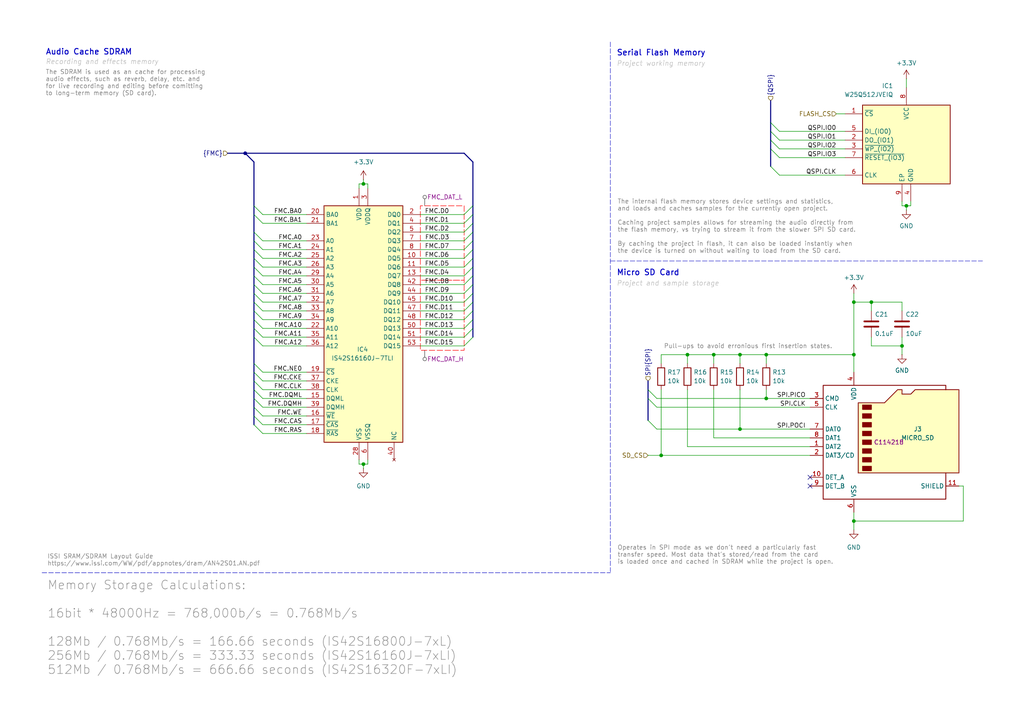
<source format=kicad_sch>
(kicad_sch (version 20250114) (generator "eeschema") (generator_version "9.0")
  (paper "A4")
  (lib_symbols
    (symbol "Connector:Micro_SD_Card_Det_Hirose_DM3AT"
      (property "Reference" "J3" (at 0.635 21.59 0))
      (property "Value" "Micro_SD_Card_Det_Hirose_DM3AT" (at 0.635 19.05 0))
      (symbol "Micro_SD_Card_Det_Hirose_DM3AT_0_1"
        (polyline (pts (xy -8.89 -8.89) (xy -8.89 11.43) (xy -1.27 11.43) (xy 2.54 15.24) (xy 3.81 15.24) (xy 3.81 13.97) (xy 6.35 13.97) (xy 7.62 15.24) (xy 20.32 15.24) (xy 20.32 -8.89) (xy -8.89 -8.89)) (stroke (width 0.254)) (fill (type background)))
        (rectangle (start -7.62 10.795) (end -5.08 9.525) (stroke (width 0.254)) (fill (type outline)))
        (rectangle (start -7.62 8.255) (end -5.08 6.985) (stroke (width 0.254)) (fill (type outline)))
        (rectangle (start -7.62 5.715) (end -5.08 4.445) (stroke (width 0.254)) (fill (type outline)))
        (rectangle (start -7.62 3.175) (end -5.08 1.905) (stroke (width 0.254)) (fill (type outline)))
        (rectangle (start -7.62 0.635) (end -5.08 -0.635) (stroke (width 0.254)) (fill (type outline)))
        (rectangle (start -7.62 -1.905) (end -5.08 -3.175) (stroke (width 0.254)) (fill (type outline)))
        (rectangle (start -7.62 -4.445) (end -5.08 -5.715) (stroke (width 0.254)) (fill (type outline)))
        (rectangle (start -7.62 -6.985) (end -5.08 -8.255) (stroke (width 0.254)) (fill (type outline)))
        (polyline (pts (xy 16.51 15.24) (xy 16.51 16.51) (xy -19.05 16.51) (xy -19.05 -16.51) (xy 16.51 -16.51) (xy 16.51 -8.89)) (stroke (width 0.254)))
      )
      (symbol "Micro_SD_Card_Det_Hirose_DM3AT_1_1"
        (pin input line (at -22.86 12.7 0) (length 3.81) (name "CMD") (number "3"))
        (pin input line (at -22.86 10.16 0) (length 3.81) (name "CLK") (number "5"))
        (pin bidirectional line (at -22.86 3.81 0) (length 3.81) (name "DAT0") (number "7"))
        (pin bidirectional line (at -22.86 1.27 0) (length 3.81) (name "DAT1") (number "8"))
        (pin bidirectional line (at -22.86 -1.27 0) (length 3.81) (name "DAT2") (number "1"))
        (pin bidirectional line (at -22.86 -3.81 0) (length 3.81) (name "DAT3/CD") (number "2"))
        (pin passive line (at -22.86 -10.16 0) (length 3.81) (name "DET_A") (number "10"))
        (pin passive line (at -22.86 -12.7 0) (length 3.81) (name "DET_B") (number "9"))
        (pin power_in line (at -10.16 20.32 270) (length 3.81) (name "VDD") (number "4"))
        (pin power_in line (at -10.16 -20.32 90) (length 3.81) (name "VSS") (number "6"))
        (pin passive line (at 20.32 -12.7 180) (length 3.81) (name "SHIELD") (number "11"))
      )
    )
    (symbol "Device:C" (pin_numbers (hide yes)) (pin_names (offset 0.254))
      (property "Reference" "C" (at 0.635 2.54 0))
      (property "Value" "C" (at 0.635 -2.54 0))
      (symbol "C_0_1"
        (polyline (pts (xy -2.032 0.762) (xy 2.032 0.762)) (stroke (width 0.508)))
        (polyline (pts (xy -2.032 -0.762) (xy 2.032 -0.762)) (stroke (width 0.508)))
      )
      (symbol "C_1_1"
        (pin passive line (at 0 3.81 270) (length 2.794) (name "~") (number "1"))
        (pin passive line (at 0 -3.81 90) (length 2.794) (name "~") (number "2"))
      )
    )
    (symbol "Device:R" (pin_numbers (hide yes)) (pin_names (offset 0))
      (property "Reference" "R" (at 2.032 0 90))
      (property "Value" "R" (at 0 0 90))
      (symbol "R_0_1"
        (rectangle (start -1.016 -2.54) (end 1.016 2.54) (stroke (width 0.254)))
      )
      (symbol "R_1_1"
        (pin passive line (at 0 3.81 270) (length 1.27) (name "~") (number "1"))
        (pin passive line (at 0 -3.81 90) (length 1.27) (name "~") (number "2"))
      )
    )
    (symbol "pocket_synth:IS42S16160J-7TLI"
      (property "Reference" "IC" (at 12.7 39.37 0))
      (property "Value" "IS42S16160J-7TLI" (at 12.7 36.83 0))
      (symbol "IS42S16160J-7TLI_1_1"
        (rectangle (start -11.43 34.29) (end 11.43 -34.29) (stroke (width 0.254)) (fill (type background)))
        (pin passive line (at -16.51 31.75 0) (length 5.08) (name "BA0") (number "20"))
        (pin passive line (at -16.51 29.21 0) (length 5.08) (name "BA1") (number "21"))
        (pin passive line (at -16.51 24.13 0) (length 5.08) (name "A0") (number "23"))
        (pin passive line (at -16.51 21.59 0) (length 5.08) (name "A1") (number "24"))
        (pin passive line (at -16.51 19.05 0) (length 5.08) (name "A2") (number "25"))
        (pin passive line (at -16.51 16.51 0) (length 5.08) (name "A3") (number "26"))
        (pin passive line (at -16.51 13.97 0) (length 5.08) (name "A4") (number "29"))
        (pin passive line (at -16.51 11.43 0) (length 5.08) (name "A5") (number "30"))
        (pin passive line (at -16.51 8.89 0) (length 5.08) (name "A6") (number "31"))
        (pin passive line (at -16.51 6.35 0) (length 5.08) (name "A7") (number "32"))
        (pin passive line (at -16.51 3.81 0) (length 5.08) (name "A8") (number "33"))
        (pin passive line (at -16.51 1.27 0) (length 5.08) (name "A9") (number "34"))
        (pin passive line (at -16.51 -1.27 0) (length 5.08) (name "A10") (number "22"))
        (pin passive line (at -16.51 -3.81 0) (length 5.08) (name "A11") (number "35"))
        (pin passive line (at -16.51 -6.35 0) (length 5.08) (name "A12") (number "36"))
        (pin passive line (at -16.51 -13.97 0) (length 5.08) (name "~{CS}") (number "19"))
        (pin passive line (at -16.51 -16.51 0) (length 5.08) (name "CKE") (number "37"))
        (pin passive line (at -16.51 -19.05 0) (length 5.08) (name "CLK") (number "38"))
        (pin passive line (at -16.51 -21.59 0) (length 5.08) (name "DQML") (number "15"))
        (pin passive line (at -16.51 -24.13 0) (length 5.08) (name "DQMH") (number "39"))
        (pin passive line (at -16.51 -26.67 0) (length 5.08) (name "~{WE}") (number "16"))
        (pin passive line (at -16.51 -29.21 0) (length 5.08) (name "~{CAS}") (number "17"))
        (pin passive line (at -16.51 -31.75 0) (length 5.08) (name "~{RAS}") (number "18"))
        (pin passive line (at -1.27 39.37 270) (length 5.08) (name "VDD") (number "1"))
        (pin passive line (at -1.27 39.37 270) (length 5.08) (hide yes) (name "VDD") (number "14"))
        (pin passive line (at -1.27 39.37 270) (length 5.08) (hide yes) (name "VDD") (number "27"))
        (pin passive line (at -1.27 -39.37 90) (length 5.08) (name "VSS") (number "28"))
        (pin passive line (at -1.27 -39.37 90) (length 5.08) (hide yes) (name "VSS") (number "41"))
        (pin passive line (at -1.27 -39.37 90) (length 5.08) (hide yes) (name "VSS") (number "54"))
        (pin passive line (at 1.27 39.37 270) (length 5.08) (name "VDDQ") (number "3"))
        (pin passive line (at 1.27 39.37 270) (length 5.08) (hide yes) (name "VDDQ") (number "43"))
        (pin passive line (at 1.27 39.37 270) (length 5.08) (hide yes) (name "VDDQ") (number "49"))
        (pin passive line (at 1.27 39.37 270) (length 5.08) (hide yes) (name "VDDQ") (number "9"))
        (pin passive line (at 1.27 -39.37 90) (length 5.08) (hide yes) (name "VSSQ") (number "12"))
        (pin passive line (at 1.27 -39.37 90) (length 5.08) (hide yes) (name "VSSQ") (number "46"))
        (pin passive line (at 1.27 -39.37 90) (length 5.08) (hide yes) (name "VSSQ") (number "52"))
        (pin passive line (at 1.27 -39.37 90) (length 5.08) (name "VSSQ") (number "6"))
        (pin no_connect line (at 8.89 -39.37 90) (length 5.08) (name "NC") (number "40"))
        (pin passive line (at 16.51 31.75 180) (length 5.08) (name "DQ0") (number "2"))
        (pin passive line (at 16.51 29.21 180) (length 5.08) (name "DQ1") (number "4"))
        (pin passive line (at 16.51 26.67 180) (length 5.08) (name "DQ2") (number "5"))
        (pin passive line (at 16.51 24.13 180) (length 5.08) (name "DQ3") (number "7"))
        (pin passive line (at 16.51 21.59 180) (length 5.08) (name "DQ4") (number "8"))
        (pin passive line (at 16.51 19.05 180) (length 5.08) (name "DQ5") (number "10"))
        (pin passive line (at 16.51 16.51 180) (length 5.08) (name "DQ6") (number "11"))
        (pin passive line (at 16.51 13.97 180) (length 5.08) (name "DQ7") (number "13"))
        (pin passive line (at 16.51 11.43 180) (length 5.08) (name "DQ8") (number "42"))
        (pin passive line (at 16.51 8.89 180) (length 5.08) (name "DQ9") (number "44"))
        (pin passive line (at 16.51 6.35 180) (length 5.08) (name "DQ10") (number "45"))
        (pin passive line (at 16.51 3.81 180) (length 5.08) (name "DQ11") (number "47"))
        (pin passive line (at 16.51 1.27 180) (length 5.08) (name "DQ12") (number "48"))
        (pin passive line (at 16.51 -1.27 180) (length 5.08) (name "DQ13") (number "50"))
        (pin passive line (at 16.51 -3.81 180) (length 5.08) (name "DQ14") (number "51"))
        (pin passive line (at 16.51 -6.35 180) (length 5.08) (name "DQ15") (number "53"))
      )
    )
    (symbol "pocket_synth:W25Q512JVEIQ"
      (property "Reference" "IC" (at -2.54 3.81 0))
      (property "Value" "W25Q512JVEIQ" (at -2.54 1.27 0))
      (symbol "W25Q512JVEIQ_1_1"
        (rectangle (start -12.7 11.43) (end 12.7 -11.43) (stroke (width 0.254)) (fill (type background)))
        (pin passive line (at -17.78 8.89 0) (length 5.08) (name "~{CS}") (number "1"))
        (pin passive line (at -17.78 3.81 0) (length 5.08) (name "DI_(IO0)") (number "5"))
        (pin passive line (at -17.78 1.27 0) (length 5.08) (name "DO_(IO1)") (number "2"))
        (pin passive line (at -17.78 -1.27 0) (length 5.08) (name "~{WP_(IO2)}") (number "3"))
        (pin passive line (at -17.78 -3.81 0) (length 5.08) (name "~{RESET_(IO3)}") (number "7"))
        (pin passive line (at -17.78 -8.89 0) (length 5.08) (name "CLK") (number "6"))
        (pin passive line (at -1.27 -16.51 90) (length 5.08) (name "EP") (number "9"))
        (pin passive line (at 0 16.51 270) (length 5.08) (name "VCC") (number "8"))
        (pin passive line (at 1.27 -16.51 90) (length 5.08) (name "GND") (number "4"))
      )
    )
    (symbol "power:+3.3V" (power) (pin_numbers (hide yes)) (pin_names (offset 0) (hide yes))
      (property "Value" "+3.3V" (at 0 3.556 0))
      (symbol "+3.3V_0_1"
        (polyline (pts (xy -0.762 1.27) (xy 0 2.54)))
        (polyline (pts (xy 0 2.54) (xy 0.762 1.27)))
        (polyline (pts (xy 0 0) (xy 0 2.54)))
      )
      (symbol "+3.3V_1_1"
        (pin power_in line (at 0 0 90) (length 0) (name "~") (number "1"))
      )
    )
    (symbol "power:GND" (power) (pin_numbers (hide yes)) (pin_names (offset 0) (hide yes))
      (property "Value" "GND" (at 0 -3.81 0))
      (symbol "GND_0_1"
        (polyline (pts (xy 0 0) (xy 0 -1.27) (xy 1.27 -1.27) (xy 0 -2.54) (xy -1.27 -1.27) (xy 0 -1.27)))
      )
      (symbol "GND_1_1"
        (pin power_in line (at 0 0 270) (length 0) (name "~") (number "1"))
      )
    )
  )
  (text "The internal flash memory stores device settings and statistics,\nand loads and caches samples for the currently open project.\n\nCaching project samples allows for streaming the audio directly from\nthe flash memory, vs trying to stream it from the slower SPI SD card.\n\nBy caching the project in flash, it can also be loaded instantly when\nthe device is turned on without waiting to load from the SD card." (at 179.07 73.66 0) (effects (font (size 1.27 1.27)) (justify left bottom)))
  (text "The SDRAM is used as an cache for processing\naudio effects, such as reverb, delay, etc. and\nfor live recording and editing before comitting\nto long-term memory (SD card)." (at 13.208 20.32 0) (effects (font (size 1.27 1.27)) (justify left top)))
  (text "ISSI SRAM/SDRAM Layout Guide\nhttps://www.issi.com/WW/pdf/appnotes/dram/AN42S01.AN.pdf" (at 13.716 164.338 0) (effects (font (size 1.27 1.27)) (justify left bottom)))
  (text "Audio Cache SDRAM " (at 13.208 14.224 0) (effects (font (size 1.651 1.651) (thickness 0.254) (bold yes)) (justify left top)))
  (text "Operates in SPI mode as we don't need a particularly fast\ntransfer speed. Most data that's stored/read from the card\nis loaded once and cached in SDRAM while the project is open." (at 179.07 163.83 0) (effects (font (size 1.27 1.27)) (justify left bottom)))
  (text "Recording and effects memory" (at 13.208 17.272 0) (effects (font (size 1.397 1.397) (thickness 0.1588) (italic yes)) (justify left top)))
  (text "Micro SD Card" (at 178.816 78.232 0) (effects (font (size 1.651 1.651) (thickness 0.254) (bold yes)) (justify left top)))
  (text "Project working memory" (at 178.816 17.78 0) (effects (font (size 1.397 1.397) (thickness 0.1588) (italic yes)) (justify left top)))
  (text "Serial Flash Memory" (at 178.816 14.478 0) (effects (font (size 1.651 1.651) (thickness 0.254) (bold yes)) (justify left top)))
  (text "Pull-ups to avoid erronious first insertion states." (at 192.532 99.822 0) (effects (font (size 1.27 1.27)) (justify left top)))
  (text "Project and sample storage" (at 178.816 81.534 0) (effects (font (size 1.397 1.397) (thickness 0.1588) (italic yes)) (justify left top)))
  (text "Memory Storage Calculations:\n\n16bit * 48000Hz = 768,000b/s = 0.768Mb/s\n\n128Mb / 0.768Mb/s = 166.66 seconds (IS42S16800J-7xL)\n256Mb / 0.768Mb/s = 333.33 seconds (IS42S16160J-7xLI)\n512Mb / 0.768Mb/s = 666.66 seconds (IS42S16320F-7xLI)" (at 13.716 168.402 0) (effects (font (size 2.54 2.54)) (justify left top)))
  (junction (at 191.77 132.08))
  (junction (at 247.65 151.13))
  (junction (at 261.62 100.33))
  (junction (at 247.65 87.63))
  (junction (at 199.39 102.87))
  (junction (at 222.25 102.87))
  (junction (at 252.73 87.63))
  (junction (at 105.41 53.34))
  (junction (at 105.41 134.62))
  (junction (at 214.63 124.46))
  (junction (at 247.65 102.87))
  (junction (at 222.25 115.57))
  (junction (at 71.12 44.45))
  (junction (at 262.89 59.69))
  (junction (at 214.63 102.87))
  (junction (at 207.01 102.87))
  (no_connect (at 234.95 140.97))
  (no_connect (at 234.95 138.43))
  (bus_entry (at 76.2 62.23) (size -2.54 -2.54))
  (bus_entry (at 76.2 110.49) (size -2.54 -2.54))
  (bus_entry (at 134.62 87.63) (size 2.54 -2.54))
  (bus_entry (at 76.2 97.79) (size -2.54 -2.54))
  (bus_entry (at 76.2 123.19) (size -2.54 -2.54))
  (bus_entry (at 76.2 74.93) (size -2.54 -2.54))
  (bus_entry (at 76.2 113.03) (size -2.54 -2.54))
  (bus_entry (at 190.5 115.57) (size -2.54 -2.54))
  (bus_entry (at 76.2 120.65) (size -2.54 -2.54))
  (bus_entry (at 134.62 67.31) (size 2.54 -2.54))
  (bus_entry (at 76.2 90.17) (size -2.54 -2.54))
  (bus_entry (at 134.62 85.09) (size 2.54 -2.54))
  (bus_entry (at 76.2 69.85) (size -2.54 -2.54))
  (bus_entry (at 76.2 85.09) (size -2.54 -2.54))
  (bus_entry (at 134.62 97.79) (size 2.54 -2.54))
  (bus_entry (at 226.06 45.72) (size -2.54 -2.54))
  (bus_entry (at 226.06 40.64) (size -2.54 -2.54))
  (bus_entry (at 134.62 90.17) (size 2.54 -2.54))
  (bus_entry (at 76.2 95.25) (size -2.54 -2.54))
  (bus_entry (at 226.06 38.1) (size -2.54 -2.54))
  (bus_entry (at 76.2 72.39) (size -2.54 -2.54))
  (bus_entry (at 134.62 95.25) (size 2.54 -2.54))
  (bus_entry (at 134.62 82.55) (size 2.54 -2.54))
  (bus_entry (at 190.5 124.46) (size -2.54 -2.54))
  (bus_entry (at 76.2 87.63) (size -2.54 -2.54))
  (bus_entry (at 76.2 64.77) (size -2.54 -2.54))
  (bus_entry (at 134.62 92.71) (size 2.54 -2.54))
  (bus_entry (at 134.62 80.01) (size 2.54 -2.54))
  (bus_entry (at 76.2 125.73) (size -2.54 -2.54))
  (bus_entry (at 76.2 100.33) (size -2.54 -2.54))
  (bus_entry (at 76.2 82.55) (size -2.54 -2.54))
  (bus_entry (at 134.62 77.47) (size 2.54 -2.54))
  (bus_entry (at 134.62 74.93) (size 2.54 -2.54))
  (bus_entry (at 76.2 118.11) (size -2.54 -2.54))
  (bus_entry (at 190.5 118.11) (size -2.54 -2.54))
  (bus_entry (at 134.62 100.33) (size 2.54 -2.54))
  (bus_entry (at 76.2 77.47) (size -2.54 -2.54))
  (bus_entry (at 134.62 64.77) (size 2.54 -2.54))
  (bus_entry (at 76.2 107.95) (size -2.54 -2.54))
  (bus_entry (at 134.62 72.39) (size 2.54 -2.54))
  (bus_entry (at 226.06 43.18) (size -2.54 -2.54))
  (bus_entry (at 76.2 115.57) (size -2.54 -2.54))
  (bus_entry (at 134.62 69.85) (size 2.54 -2.54))
  (bus_entry (at 134.62 62.23) (size 2.54 -2.54))
  (bus_entry (at 76.2 80.01) (size -2.54 -2.54))
  (bus_entry (at 226.06 50.8) (size -2.54 -2.54))
  (bus_entry (at 76.2 92.71) (size -2.54 -2.54))
  (bus (pts (xy 137.16 46.99) (xy 134.62 44.45)))
  (wire (pts (xy 252.73 87.63) (xy 261.62 87.63)))
  (wire (pts (xy 106.68 133.35) (xy 106.68 134.62)))
  (wire (pts (xy 278.13 140.97) (xy 279.4 140.97)))
  (wire (pts (xy 207.01 102.87) (xy 214.63 102.87)))
  (wire (pts (xy 261.62 58.42) (xy 261.62 59.69)))
  (wire (pts (xy 104.14 133.35) (xy 104.14 134.62)))
  (wire (pts (xy 279.4 140.97) (xy 279.4 151.13)))
  (bus (pts (xy 223.52 35.56) (xy 223.52 38.1)))
  (wire (pts (xy 191.77 102.87) (xy 199.39 102.87)))
  (bus (pts (xy 137.16 46.99) (xy 137.16 59.69)))
  (bus (pts (xy 137.16 95.25) (xy 137.16 97.79)))
  (bus (pts (xy 223.52 43.18) (xy 223.52 48.26)))
  (wire (pts (xy 105.41 53.34) (xy 106.68 53.34)))
  (bus (pts (xy 73.66 59.69) (xy 73.66 62.23)))
  (bus (pts (xy 73.66 113.03) (xy 73.66 115.57)))
  (wire (pts (xy 214.63 102.87) (xy 222.25 102.87)))
  (bus (pts (xy 73.66 105.41) (xy 73.66 107.95)))
  (bus (pts (xy 71.12 44.45) (xy 134.62 44.45)))
  (wire (pts (xy 199.39 113.03) (xy 199.39 129.54)))
  (wire (pts (xy 207.01 113.03) (xy 207.01 127)))
  (bus (pts (xy 137.16 72.39) (xy 137.16 74.93)))
  (wire (pts (xy 105.41 52.07) (xy 105.41 53.34)))
  (bus (pts (xy 73.66 80.01) (xy 73.66 82.55)))
  (bus (pts (xy 137.16 59.69) (xy 137.16 62.23)))
  (bus (pts (xy 187.96 113.03) (xy 187.96 115.57)))
  (wire (pts (xy 134.62 97.79) (xy 121.92 97.79)))
  (bus (pts (xy 137.16 69.85) (xy 137.16 72.39)))
  (bus (pts (xy 73.66 74.93) (xy 73.66 77.47)))
  (wire (pts (xy 190.5 115.57) (xy 222.25 115.57)))
  (wire (pts (xy 76.2 115.57) (xy 88.9 115.57)))
  (wire (pts (xy 76.2 64.77) (xy 88.9 64.77)))
  (wire (pts (xy 104.14 53.34) (xy 105.41 53.34)))
  (polyline (pts (xy 12.192 166.116) (xy 177.038 166.116)) (stroke (width 0.127) (type dash)))
  (bus (pts (xy 73.66 82.55) (xy 73.66 85.09)))
  (wire (pts (xy 247.65 107.95) (xy 247.65 102.87)))
  (wire (pts (xy 134.62 77.47) (xy 121.92 77.47)))
  (wire (pts (xy 247.65 87.63) (xy 247.65 85.09)))
  (wire (pts (xy 76.2 110.49) (xy 88.9 110.49)))
  (wire (pts (xy 191.77 132.08) (xy 234.95 132.08)))
  (wire (pts (xy 242.57 33.02) (xy 245.11 33.02)))
  (wire (pts (xy 187.96 132.08) (xy 191.77 132.08)))
  (wire (pts (xy 252.73 87.63) (xy 252.73 90.17)))
  (wire (pts (xy 222.25 115.57) (xy 234.95 115.57)))
  (wire (pts (xy 261.62 59.69) (xy 262.89 59.69)))
  (bus (pts (xy 137.16 74.93) (xy 137.16 77.47)))
  (bus (pts (xy 137.16 64.77) (xy 137.16 67.31)))
  (wire (pts (xy 76.2 118.11) (xy 88.9 118.11)))
  (wire (pts (xy 262.89 59.69) (xy 262.89 60.96)))
  (bus (pts (xy 73.66 46.99) (xy 71.12 44.45)))
  (wire (pts (xy 199.39 102.87) (xy 199.39 105.41)))
  (wire (pts (xy 76.2 100.33) (xy 88.9 100.33)))
  (bus (pts (xy 137.16 92.71) (xy 137.16 95.25)))
  (bus (pts (xy 137.16 85.09) (xy 137.16 87.63)))
  (wire (pts (xy 214.63 102.87) (xy 214.63 105.41)))
  (wire (pts (xy 214.63 113.03) (xy 214.63 124.46)))
  (bus (pts (xy 73.66 46.99) (xy 73.66 59.69)))
  (wire (pts (xy 134.62 100.33) (xy 121.92 100.33)))
  (wire (pts (xy 76.2 80.01) (xy 88.9 80.01)))
  (wire (pts (xy 199.39 129.54) (xy 234.95 129.54)))
  (wire (pts (xy 76.2 72.39) (xy 88.9 72.39)))
  (wire (pts (xy 76.2 62.23) (xy 88.9 62.23)))
  (polyline (pts (xy 177.038 12.192) (xy 177.038 165.862)) (stroke (width 0.127) (type dash)))
  (wire (pts (xy 76.2 120.65) (xy 88.9 120.65)))
  (bus (pts (xy 223.52 38.1) (xy 223.52 40.64)))
  (bus (pts (xy 73.66 120.65) (xy 73.66 123.19)))
  (wire (pts (xy 247.65 151.13) (xy 247.65 153.67)))
  (wire (pts (xy 134.62 82.55) (xy 121.92 82.55)))
  (polyline (pts (xy 177.038 75.692) (xy 284.988 75.692)) (stroke (width 0.127) (type dash)))
  (wire (pts (xy 261.62 100.33) (xy 261.62 102.87)))
  (wire (pts (xy 76.2 123.19) (xy 88.9 123.19)))
  (wire (pts (xy 105.41 134.62) (xy 106.68 134.62)))
  (wire (pts (xy 222.25 113.03) (xy 222.25 115.57)))
  (bus (pts (xy 73.66 97.79) (xy 73.66 105.41)))
  (bus (pts (xy 137.16 82.55) (xy 137.16 85.09)))
  (wire (pts (xy 190.5 124.46) (xy 214.63 124.46)))
  (bus (pts (xy 137.16 87.63) (xy 137.16 90.17)))
  (wire (pts (xy 76.2 77.47) (xy 88.9 77.47)))
  (wire (pts (xy 76.2 82.55) (xy 88.9 82.55)))
  (wire (pts (xy 252.73 100.33) (xy 261.62 100.33)))
  (wire (pts (xy 247.65 102.87) (xy 247.65 87.63)))
  (wire (pts (xy 134.62 92.71) (xy 121.92 92.71)))
  (wire (pts (xy 247.65 151.13) (xy 279.4 151.13)))
  (wire (pts (xy 76.2 69.85) (xy 88.9 69.85)))
  (wire (pts (xy 214.63 124.46) (xy 234.95 124.46)))
  (wire (pts (xy 247.65 87.63) (xy 252.73 87.63)))
  (wire (pts (xy 222.25 102.87) (xy 222.25 105.41)))
  (wire (pts (xy 105.41 134.62) (xy 105.41 135.89)))
  (wire (pts (xy 76.2 113.03) (xy 88.9 113.03)))
  (wire (pts (xy 199.39 102.87) (xy 207.01 102.87)))
  (wire (pts (xy 264.16 58.42) (xy 264.16 59.69)))
  (wire (pts (xy 191.77 113.03) (xy 191.77 132.08)))
  (wire (pts (xy 134.62 67.31) (xy 121.92 67.31)))
  (wire (pts (xy 222.25 102.87) (xy 247.65 102.87)))
  (wire (pts (xy 134.62 62.23) (xy 121.92 62.23)))
  (wire (pts (xy 247.65 148.59) (xy 247.65 151.13)))
  (wire (pts (xy 190.5 118.11) (xy 234.95 118.11)))
  (wire (pts (xy 134.62 64.77) (xy 121.92 64.77)))
  (wire (pts (xy 104.14 134.62) (xy 105.41 134.62)))
  (wire (pts (xy 226.06 50.8) (xy 245.11 50.8)))
  (wire (pts (xy 76.2 125.73) (xy 88.9 125.73)))
  (wire (pts (xy 134.62 85.09) (xy 121.92 85.09)))
  (wire (pts (xy 262.89 22.86) (xy 262.89 25.4)))
  (wire (pts (xy 226.06 45.72) (xy 245.11 45.72)))
  (wire (pts (xy 76.2 87.63) (xy 88.9 87.63)))
  (wire (pts (xy 134.62 72.39) (xy 121.92 72.39)))
  (wire (pts (xy 104.14 54.61) (xy 104.14 53.34)))
  (wire (pts (xy 262.89 59.69) (xy 264.16 59.69)))
  (wire (pts (xy 76.2 107.95) (xy 88.9 107.95)))
  (wire (pts (xy 191.77 105.41) (xy 191.77 102.87)))
  (wire (pts (xy 207.01 102.87) (xy 207.01 105.41)))
  (bus (pts (xy 73.66 92.71) (xy 73.66 95.25)))
  (bus (pts (xy 137.16 90.17) (xy 137.16 92.71)))
  (bus (pts (xy 137.16 67.31) (xy 137.16 69.85)))
  (wire (pts (xy 134.62 87.63) (xy 121.92 87.63)))
  (bus (pts (xy 73.66 62.23) (xy 73.66 67.31)))
  (bus (pts (xy 73.66 69.85) (xy 73.66 72.39)))
  (wire (pts (xy 76.2 97.79) (xy 88.9 97.79)))
  (bus (pts (xy 223.52 29.21) (xy 223.52 35.56)))
  (bus (pts (xy 187.96 115.57) (xy 187.96 121.92)))
  (wire (pts (xy 226.06 38.1) (xy 245.11 38.1)))
  (wire (pts (xy 134.62 90.17) (xy 121.92 90.17)))
  (wire (pts (xy 261.62 97.79) (xy 261.62 100.33)))
  (wire (pts (xy 134.62 74.93) (xy 121.92 74.93)))
  (wire (pts (xy 207.01 127) (xy 234.95 127)))
  (bus (pts (xy 66.04 44.45) (xy 71.12 44.45)))
  (bus (pts (xy 73.66 72.39) (xy 73.66 74.93)))
  (wire (pts (xy 76.2 92.71) (xy 88.9 92.71)))
  (wire (pts (xy 106.68 53.34) (xy 106.68 54.61)))
  (wire (pts (xy 121.92 69.85) (xy 134.62 69.85)))
  (bus (pts (xy 73.66 90.17) (xy 73.66 92.71)))
  (bus (pts (xy 73.66 85.09) (xy 73.66 87.63)))
  (bus (pts (xy 73.66 95.25) (xy 73.66 97.79)))
  (bus (pts (xy 73.66 67.31) (xy 73.66 69.85)))
  (wire (pts (xy 226.06 40.64) (xy 245.11 40.64)))
  (wire (pts (xy 261.62 87.63) (xy 261.62 90.17)))
  (bus (pts (xy 137.16 80.01) (xy 137.16 82.55)))
  (bus (pts (xy 73.66 107.95) (xy 73.66 110.49)))
  (bus (pts (xy 73.66 118.11) (xy 73.66 120.65)))
  (wire (pts (xy 76.2 90.17) (xy 88.9 90.17)))
  (bus (pts (xy 73.66 77.47) (xy 73.66 80.01)))
  (bus (pts (xy 73.66 115.57) (xy 73.66 118.11)))
  (bus (pts (xy 73.66 87.63) (xy 73.66 90.17)))
  (wire (pts (xy 76.2 95.25) (xy 88.9 95.25)))
  (wire (pts (xy 134.62 95.25) (xy 121.92 95.25)))
  (bus (pts (xy 137.16 77.47) (xy 137.16 80.01)))
  (bus (pts (xy 73.66 110.49) (xy 73.66 113.03)))
  (wire (pts (xy 76.2 74.93) (xy 88.9 74.93)))
  (wire (pts (xy 76.2 85.09) (xy 88.9 85.09)))
  (bus (pts (xy 137.16 62.23) (xy 137.16 64.77)))
  (bus (pts (xy 223.52 40.64) (xy 223.52 43.18)))
  (wire (pts (xy 252.73 97.79) (xy 252.73 100.33)))
  (wire (pts (xy 134.62 80.01) (xy 121.92 80.01)))
  (wire (pts (xy 226.06 43.18) (xy 245.11 43.18)))
  (bus (pts (xy 187.96 110.49) (xy 187.96 113.03)))
  (label "QSPI.CLK" (at 242.57 50.8 180))
  (label "SPI.CLK" (at 233.68 118.11 180))
  (label "FMC.A6" (at 87.63 85.09 180))
  (label "FMC.D15" (at 123.19 100.33 0))
  (label "FMC.CAS" (at 87.63 123.19 180))
  (label "FMC.D11" (at 123.19 90.17 0))
  (label "FMC.A12" (at 87.63 100.33 180))
  (label "FMC.D7" (at 123.19 72.39 0))
  (label "FMC.D6" (at 123.19 74.93 0))
  (label "SPI.PICO" (at 233.68 115.57 180))
  (label "FMC.D9" (at 123.19 85.09 0))
  (label "FMC.D0" (at 123.19 62.23 0))
  (label "FMC.A1" (at 87.63 72.39 180))
  (label "FMC.A7" (at 87.63 87.63 180))
  (label "SPI.POCI" (at 233.68 124.46 180))
  (label "FMC.A2" (at 87.63 74.93 180))
  (label "FMC.BA0" (at 87.63 62.23 180))
  (label "QSPI.IO3" (at 242.57 45.72 180))
  (label "FMC.D13" (at 123.19 95.25 0))
  (label "FMC.A5" (at 87.63 82.55 180))
  (label "FMC.A4" (at 87.63 80.01 180))
  (label "FMC.A10" (at 87.63 95.25 180))
  (label "FMC.D14" (at 123.19 97.79 0))
  (label "FMC.DQML" (at 87.63 115.57 180))
  (label "QSPI.IO0" (at 242.57 38.1 180))
  (label "FMC.DQMH" (at 87.63 118.11 180))
  (label "FMC.D2" (at 123.19 67.31 0))
  (label "FMC.D8" (at 123.19 82.55 0))
  (label "QSPI.IO1" (at 242.57 40.64 180))
  (label "FMC.WE" (at 87.63 120.65 180))
  (label "FMC.A9" (at 87.63 92.71 180))
  (label "FMC.CKE" (at 87.63 110.49 180))
  (label "QSPI.IO2" (at 242.57 43.18 180))
  (label "FMC.D1" (at 123.19 64.77 0))
  (label "FMC.D4" (at 123.19 80.01 0))
  (label "FMC.A3" (at 87.63 77.47 180))
  (label "FMC.CLK" (at 87.63 113.03 180))
  (label "FMC.A0" (at 87.63 69.85 180))
  (label "FMC.D5" (at 123.19 77.47 0))
  (label "FMC.BA1" (at 87.63 64.77 180))
  (label "FMC.NE0" (at 87.63 107.95 180))
  (label "FMC.A11" (at 87.63 97.79 180))
  (label "FMC.A8" (at 87.63 90.17 180))
  (label "FMC.RAS" (at 87.63 125.73 180))
  (label "FMC.D12" (at 123.19 92.71 0))
  (label "FMC.D3" (at 123.237 69.85 0))
  (label "FMC.D10" (at 123.19 87.63 0))
  (hierarchical_label "{FMC}" (shape input) (at 66.04 44.45 180))
  (hierarchical_label "{QSPI}" (shape input) (at 223.52 29.21 90))
  (hierarchical_label "FLASH_CS" (shape input) (at 242.57 33.02 180))
  (hierarchical_label "SD_CS" (shape input) (at 187.96 132.08 180))
  (hierarchical_label "SPI{SPI}" (shape input) (at 187.96 110.49 90))
  (rule_area (polyline (pts (xy 121.92 81.28) (xy 121.92 101.6) (xy 134.62 101.6) (xy 134.62 81.28)) (stroke (width 0) (type dash))))
  (rule_area (polyline (pts (xy 121.92 81.28) (xy 121.92 59.69) (xy 134.62 59.69) (xy 134.62 81.28)) (stroke (width 0) (type dash))))
  (netclass_flag "" (length 2.54) (shape round) (at 123.19 59.69 0) (property "Netclass" "FMC_DAT_L" (at 123.8885 57.15 0) (effects (justify left))))
  (netclass_flag "" (length 2.54) (shape round) (at 123.19 101.6 180) (property "Netclass" "FMC_DAT_H" (at 123.8885 104.14 0) (effects (justify left))))
  (symbol (lib_id "Device:R") (at 207.01 109.22 0) (unit 1)
    (property "Reference" "R15" (at 208.788 107.95 0) (effects (justify left)))
    (property "Value" "10k" (at 208.788 110.49 0) (effects (justify left)))
    (property "Footprint" "Resistor_SMD:R_0402_1005Metric" (effects (hide yes)))
    (property "Description" "Resistor" (effects (hide yes)))
  )
  (symbol (lib_id "power:GND") (at 261.62 102.87 0) (unit 1)
    (property "Reference" "#PWR049" (effects (hide yes)))
    (property "Value" "GND" (at 261.62 107.442 0))
    (property "Description" "Power symbol creates a global label with name \"GND\" , ground" (effects (hide yes)))
  )
  (symbol (lib_id "power:+3.3V") (at 247.65 85.09 0) (unit 1)
    (property "Reference" "#PWR01" (effects (hide yes)))
    (property "Value" "+3.3V" (at 247.65 80.518 0))
    (property "Description" "Power symbol creates a global label with name \"+3.3V\"" (effects (hide yes)))
  )
  (symbol (lib_id "Device:C") (at 252.73 93.98 0) (unit 1)
    (property "Reference" "C21" (at 253.746 91.186 0) (effects (justify left)))
    (property "Value" "0.1uF" (at 253.746 96.774 0) (effects (justify left)))
    (property "Footprint" "Capacitor_SMD:C_0402_1005Metric" (effects (hide yes)))
    (property "Description" "Unpolarized capacitor" (effects (hide yes)))
  )
  (symbol (lib_id "power:GND") (at 247.65 153.67 0) (unit 1)
    (property "Reference" "#PWR02" (effects (hide yes)))
    (property "Value" "GND" (at 247.65 158.75 0))
    (property "Description" "Power symbol creates a global label with name \"GND\" , ground" (effects (hide yes)))
  )
  (symbol (lib_id "pocket_synth:W25Q512JVEIQ") (at 262.89 41.91 0) (unit 1)
    (property "Reference" "IC1" (at 259.08 24.892 0) (effects (justify right)))
    (property "Value" "W25Q512JVEIQ" (at 259.08 27.432 0) (effects (justify right)))
    (property "Footprint" "pocket_synth:W25Q512JVEIQ" (effects (hide yes)))
    (property "Datasheet" "https://www.winbond.com/resource-files/W25Q512JV%20SPI%20RevB%2006252019%20KMS.pdf" (effects (hide yes)))
    (property "Description" "512Mb Serial NOR Flash 133MHz SON8" (effects (hide yes)))
    (property "Height" "0.8" (effects (hide yes)))
    (property "Mouser Part Number" "454-W25Q512JVEIQ" (effects (hide yes)))
    (property "Mouser Price/Stock" "https://www.mouser.co.uk/ProductDetail/Winbond/W25Q512JVEIQ?qs=l7cgNqFNU1jw6svr3at6tA%3D%3D" (effects (hide yes)))
    (property "Manufacturer_Name" "Winbond" (effects (hide yes)))
    (property "Manufacturer_Part_Number" "W25Q512JVEIQ" (effects (hide yes)))
    (property "JLC" "C7389628" (effects (hide yes)))
  )
  (symbol (lib_id "power:GND") (at 262.89 60.96 0) (unit 1)
    (property "Reference" "#PWR072" (effects (hide yes)))
    (property "Value" "GND" (at 262.89 65.532 0))
    (property "Description" "Power symbol creates a global label with name \"GND\" , ground" (effects (hide yes)))
  )
  (symbol (lib_id "Device:R") (at 191.77 109.22 0) (unit 1)
    (property "Reference" "R17" (at 193.548 107.95 0) (effects (justify left)))
    (property "Value" "10k" (at 193.548 110.49 0) (effects (justify left)))
    (property "Footprint" "Resistor_SMD:R_0402_1005Metric" (effects (hide yes)))
    (property "Description" "Resistor" (effects (hide yes)))
  )
  (symbol (lib_id "Device:R") (at 214.63 109.22 0) (unit 1)
    (property "Reference" "R14" (at 216.408 107.95 0) (effects (justify left)))
    (property "Value" "10k" (at 216.408 110.49 0) (effects (justify left)))
    (property "Footprint" "Resistor_SMD:R_0402_1005Metric" (effects (hide yes)))
    (property "Description" "Resistor" (effects (hide yes)))
  )
  (symbol (lib_id "Device:R") (at 199.39 109.22 0) (unit 1)
    (property "Reference" "R16" (at 201.168 107.95 0) (effects (justify left)))
    (property "Value" "10k" (at 201.168 110.49 0) (effects (justify left)))
    (property "Footprint" "Resistor_SMD:R_0402_1005Metric" (effects (hide yes)))
    (property "Description" "Resistor" (effects (hide yes)))
  )
  (symbol (lib_id "pocket_synth:IS42S16160J-7TLI") (at 105.41 93.98 0) (unit 1)
    (property "Reference" "IC4" (at 105.156 101.346 0))
    (property "Value" "IS42S16160J-7TLI" (at 105.156 103.886 0))
    (property "Footprint" "pocket_synth:SOP80P1176X120-54N" (effects (hide yes)))
    (property "Datasheet" "http://www.issi.com/WW/pdf/42-45S83200J-16160J.pdf" (effects (hide yes)))
    (property "Description" "DRAM 256M, 3.3V, SDRAM 16Mx16 143MHz" (effects (hide yes)))
    (property "Height" "1.2" (effects (hide yes)))
    (property "Mouser Part Number" "870-IS42S16160J-7TLI" (effects (hide yes)))
    (property "Mouser Price/Stock" "https://www.mouser.co.uk/ProductDetail/ISSI/IS42S16160J-7TLI?qs=uCnMRCNammmen%252BmWnq1g5A%3D%3D" (effects (hide yes)))
    (property "Manufacturer_Name" "Integrated Silicon Solution Inc." (effects (hide yes)))
    (property "Manufacturer_Part_Number" "IS42S16160J-7TLI" (effects (hide yes)))
  )
  (symbol (lib_id "Device:C") (at 261.62 93.98 0) (unit 1)
    (property "Reference" "C22" (at 262.636 91.186 0) (effects (justify left)))
    (property "Value" "10uF" (at 262.636 96.774 0) (effects (justify left)))
    (property "Footprint" "Capacitor_SMD:C_0402_1005Metric" (effects (hide yes)))
    (property "Description" "Unpolarized capacitor" (effects (hide yes)))
  )
  (symbol (lib_id "power:GND") (at 105.41 135.89 0) (unit 1)
    (property "Reference" "#PWR025" (effects (hide yes)))
    (property "Value" "GND" (at 105.41 140.97 0))
    (property "Description" "Power symbol creates a global label with name \"GND\" , ground" (effects (hide yes)))
  )
  (symbol (lib_id "power:+3.3V") (at 262.89 22.86 0) (unit 1)
    (property "Reference" "#PWR031" (effects (hide yes)))
    (property "Value" "+3.3V" (at 262.89 18.288 0))
    (property "Description" "Power symbol creates a global label with name \"+3.3V\"" (effects (hide yes)))
  )
  (symbol (lib_id "power:+3.3V") (at 105.41 52.07 0) (unit 1)
    (property "Reference" "#PWR07" (effects (hide yes)))
    (property "Value" "+3.3V" (at 105.41 46.99 0))
    (property "Description" "Power symbol creates a global label with name \"+3.3V\"" (effects (hide yes)))
  )
  (symbol (lib_id "Device:R") (at 222.25 109.22 0) (unit 1)
    (property "Reference" "R13" (at 224.028 107.95 0) (effects (justify left)))
    (property "Value" "10k" (at 224.028 110.49 0) (effects (justify left)))
    (property "Footprint" "Resistor_SMD:R_0402_1005Metric" (effects (hide yes)))
    (property "Description" "Resistor" (effects (hide yes)))
  )
  (symbol (lib_id "Connector:Micro_SD_Card_Det_Hirose_DM3AT") (at 257.81 128.27 0) (unit 1)
    (property "Reference" "J3" (at 266.192 124.46 0))
    (property "Value" "MICRO_SD" (at 266.192 127 0))
    (property "Footprint" "Connector_Card:microSD_HC_Hirose_DM3AT-SF-PEJM5" (effects (hide yes)))
    (property "Datasheet" "https://www.hirose.com/product/en/download_file/key_name/DM3/category/Catalog/doc_file_id/49662/?file_category_id=4&item_id=195&is_series=1" (effects (hide yes)))
    (property "Description" "Micro SD Card Socket with card detection pins" (effects (hide yes)))
    (property "JLC" "C114218" (at 257.81 128.27 0))
  )
)
</source>
